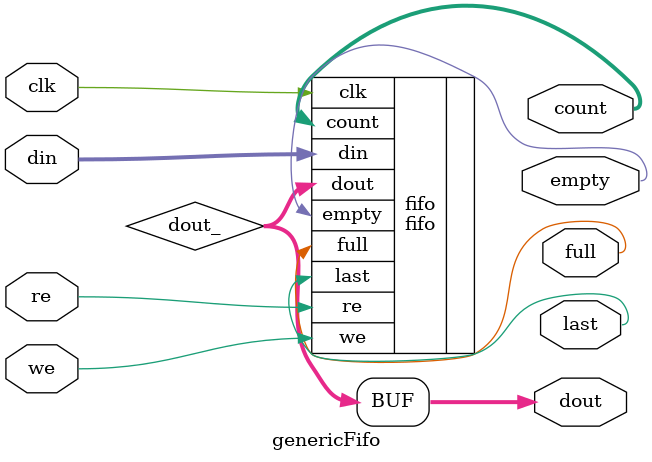
<source format=v>

module genericFifo #(
    parameter aw = 3,
    parameter dw = 8,
    parameter fwft = 1
) (
    input clk,

    input [dw - 1: 0] din,
    input we,

    output [dw - 1: 0] dout,
    input re,

    output full,
    output empty,
    output last,

    // -1: empty, 0: single element, 2**aw - 1: full
    output [aw:0] count
);

wire [dw - 1: 0] dout_;
fifo #(
    .aw(aw),
    .dw(dw)
) fifo (
    .clk(clk),
    .din(din),
    .we(we),

    .dout(dout_),
    .re(re),

    .full(full),
    .empty(empty),
    .last(last),
    .count(count)
);

generate

if (fwft) begin
    assign dout = dout_;
end else begin

    reg [dw - 1: 0] dout_r;
    always @(posedge clk) begin
        if (re)
            dout_r <= dout_;
    end

    assign dout = dout_r;
end
endgenerate

endmodule

</source>
